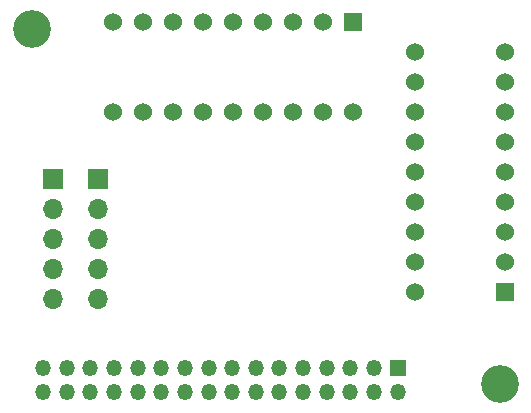
<source format=gbr>
%TF.GenerationSoftware,KiCad,Pcbnew,5.1.10-88a1d61d58~90~ubuntu20.04.1*%
%TF.CreationDate,2021-11-11T20:41:13-05:00*%
%TF.ProjectId,pcb-controller,7063622d-636f-46e7-9472-6f6c6c65722e,rev?*%
%TF.SameCoordinates,Original*%
%TF.FileFunction,Soldermask,Bot*%
%TF.FilePolarity,Negative*%
%FSLAX46Y46*%
G04 Gerber Fmt 4.6, Leading zero omitted, Abs format (unit mm)*
G04 Created by KiCad (PCBNEW 5.1.10-88a1d61d58~90~ubuntu20.04.1) date 2021-11-11 20:41:13*
%MOMM*%
%LPD*%
G01*
G04 APERTURE LIST*
%ADD10C,1.524000*%
%ADD11R,1.524000X1.524000*%
%ADD12O,1.350000X1.350000*%
%ADD13R,1.350000X1.350000*%
%ADD14C,3.200000*%
%ADD15O,1.700000X1.700000*%
%ADD16R,1.700000X1.700000*%
G04 APERTURE END LIST*
D10*
%TO.C,CR1*%
X57361057Y-46375540D03*
X57361057Y-43835540D03*
X57361057Y-41295540D03*
X57361057Y-38755540D03*
X57361057Y-36215540D03*
X57361057Y-33675540D03*
X57361057Y-31135540D03*
X57361057Y-28595540D03*
X57361057Y-26055540D03*
X64981057Y-26055540D03*
X64981057Y-28595540D03*
X64981057Y-31135540D03*
X64981057Y-33675540D03*
X64981057Y-36215540D03*
X64981057Y-38755540D03*
X64981057Y-41295540D03*
X64981057Y-43835540D03*
D11*
X64981057Y-46375540D03*
%TD*%
D10*
%TO.C,CR2*%
X52070000Y-31200644D03*
X49530000Y-31200644D03*
X46990000Y-31200644D03*
X44450000Y-31200644D03*
X41910000Y-31200644D03*
X39370000Y-31200644D03*
X36830000Y-31200644D03*
X34290000Y-31200644D03*
X31750000Y-31200644D03*
X31750000Y-23580644D03*
X34290000Y-23580644D03*
X36830000Y-23580644D03*
X39370000Y-23580644D03*
X41910000Y-23580644D03*
X44450000Y-23580644D03*
X46990000Y-23580644D03*
X49530000Y-23580644D03*
D11*
X52070000Y-23580644D03*
%TD*%
D12*
%TO.C,J3*%
X25880000Y-54864000D03*
X25880000Y-52864000D03*
X27880000Y-54864000D03*
X27880000Y-52864000D03*
X29880000Y-54864000D03*
X29880000Y-52864000D03*
X31880000Y-54864000D03*
X31880000Y-52864000D03*
X33880000Y-54864000D03*
X33880000Y-52864000D03*
X35880000Y-54864000D03*
X35880000Y-52864000D03*
X37880000Y-54864000D03*
X37880000Y-52864000D03*
X39880000Y-54864000D03*
X39880000Y-52864000D03*
X41880000Y-54864000D03*
X41880000Y-52864000D03*
X43880000Y-54864000D03*
X43880000Y-52864000D03*
X45880000Y-54864000D03*
X45880000Y-52864000D03*
X47880000Y-54864000D03*
X47880000Y-52864000D03*
X49880000Y-54864000D03*
X49880000Y-52864000D03*
X51880000Y-54864000D03*
X51880000Y-52864000D03*
X53880000Y-54864000D03*
X53880000Y-52864000D03*
X55880000Y-54864000D03*
D13*
X55880000Y-52864000D03*
%TD*%
D14*
%TO.C,H2*%
X64516000Y-54229000D03*
%TD*%
%TO.C,H1*%
X24892000Y-24130000D03*
%TD*%
D15*
%TO.C,J2*%
X30480000Y-46990000D03*
X30480000Y-44450000D03*
X30480000Y-41910000D03*
X30480000Y-39370000D03*
D16*
X30480000Y-36830000D03*
%TD*%
D15*
%TO.C,J1*%
X26670000Y-46990000D03*
X26670000Y-44450000D03*
X26670000Y-41910000D03*
X26670000Y-39370000D03*
D16*
X26670000Y-36830000D03*
%TD*%
M02*

</source>
